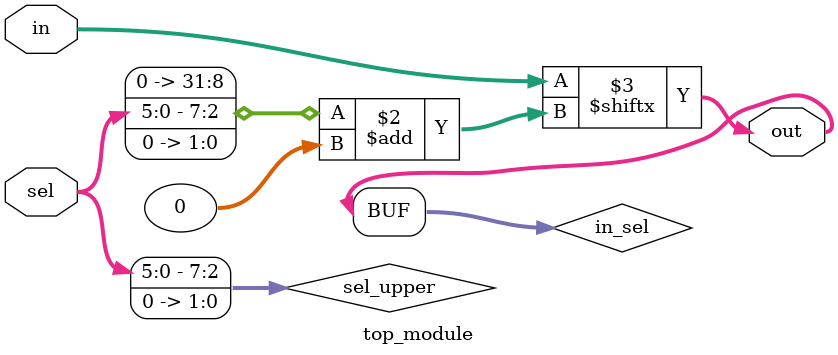
<source format=sv>
module top_module (
    input [1023:0] in,
    input [7:0] sel,
    output [3:0] out
);

wire [7:0] sel_upper;
wire [3:0] in_sel;

assign sel_upper = sel << 2;
assign in_sel = in[sel_upper +: 4];

assign out = in_sel;

endmodule

</source>
